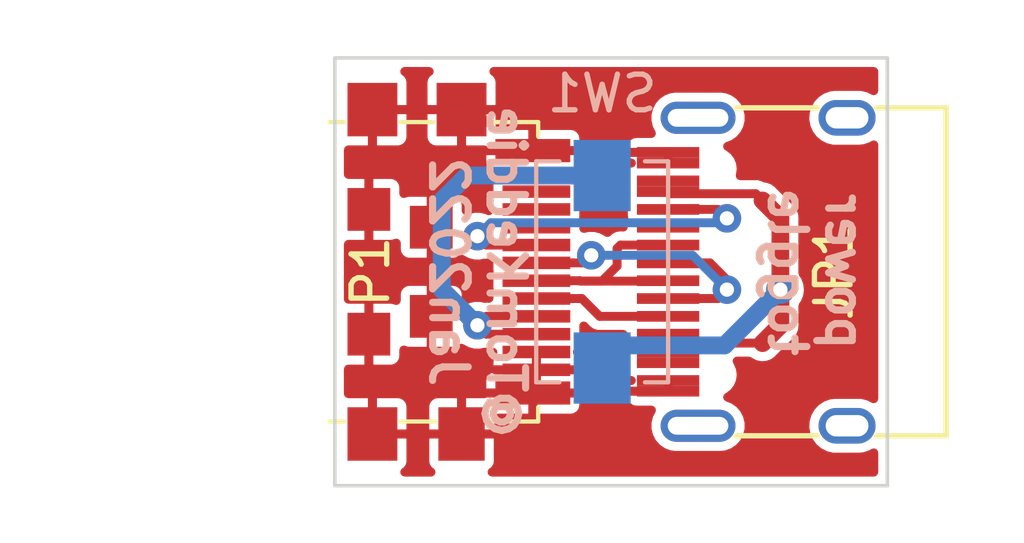
<source format=kicad_pcb>
(kicad_pcb (version 20211014) (generator pcbnew)
  (layers (0 "F.Cu" signal) (31 "B.Cu" signal) (34 "B.Paste" user) (35 "F.Paste" user) (36 "B.SilkS" user "B.Silkscreen") (37 "F.SilkS" user "F.Silkscreen") (38 "B.Mask" user) (39 "F.Mask" user) (44 "Edge.Cuts" user))
  (net 0 "")
  (net 1 "/D_N")
  (net 2 "/D_P")
  (net 4 "/CC1")
  (net 6 "/CC2")
  (net 7 "GND")
  (net 8 "/VBUS2")
  (net 9 "/VBUS1")
  (footprint "tom-connectors:USB_C_Plug_UTC009-C12" (layer "F.Cu") (at 134.455 79.5 -90)
    (fp_text reference "P1" (at 0 4.455 90) (layer "F.SilkS"))
    (fp_text value "USB_C_Plug_USB2.0")
    (fp_line (start -4.2 -0.25) (end -4.2 1.1) (layer "F.SilkS") (width 0.12))
    (fp_line (start 4.2 3.6) (end 4.2 2.65) (layer "F.SilkS") (width 0.12))
    (fp_line (start -3.8 -0.25) (end -4.2 -0.25) (layer "F.SilkS") (width 0.12))
    (fp_line (start 4.2 -0.25) (end 3.8 -0.25) (layer "F.SilkS") (width 0.12))
    (fp_line (start 4.2 1.15) (end 4.2 -0.25) (layer "F.SilkS") (width 0.12))
    (fp_line (start -4.2 2.7) (end -4.2 3.6) (layer "F.SilkS") (width 0.12))
    (fp_line (start 4.2 5.6) (end 4.2 5.2) (layer "F.SilkS") (width 0.12))
    (fp_line (start -4.2 5.2) (end -4.2 5.6) (layer "F.SilkS") (width 0.12))
    (pad "A1" smd rect (at 2.75 -0.2 270) (size 0.35 1.9) (layers "F.Cu" "F.Paste" "F.Mask") (net 7 "GND"))
    (pad "A4" smd rect (at 1.25 -0.2 270) (size 0.35 1.9) (layers "F.Cu" "F.Paste" "F.Mask") (net 9 "/VBUS1"))
    (pad "A5" smd rect (at 0.75 -0.2 270) (size 0.35 1.9) (layers "F.Cu" "F.Paste" "F.Mask") (net 6 "/CC2"))
    (pad "A6" smd rect (at 0.25 -0.2 270) (size 0.35 1.9) (layers "F.Cu" "F.Paste" "F.Mask") (net 2 "/D_P"))
    (pad "A7" smd rect (at -0.25 -0.2 270) (size 0.35 1.9) (layers "F.Cu" "F.Paste" "F.Mask") (net 1 "/D_N"))
    (pad "A10" smd rect (at -1.75 -0.2 270) (size 0.35 1.9) (layers "F.Cu" "F.Paste" "F.Mask"))
    (pad "A11" smd rect (at -2.25 -0.2 270) (size 0.35 1.9) (layers "F.Cu" "F.Paste" "F.Mask"))
    (pad "B2" smd rect (at -2.75 -0.2 270) (size 0.35 1.9) (layers "F.Cu" "F.Paste" "F.Mask"))
    (pad "B3" smd rect (at -1.25 -0.2 270) (size 0.35 1.9) (layers "F.Cu" "F.Paste" "F.Mask"))
    (pad "B5" smd rect (at -0.75 -0.2 270) (size 0.35 1.9) (layers "F.Cu" "F.Paste" "F.Mask") (net 4 "/CC1"))
    (pad "B9" smd rect (at 1.75 -0.2 270) (size 0.35 1.9) (layers "F.Cu" "F.Paste" "F.Mask") (net 9 "/VBUS1"))
    (pad "B12" smd rect (at 2.25 -0.2 270) (size 0.35 1.9) (layers "F.Cu" "F.Paste" "F.Mask") (net 7 "GND"))
    (pad "S1" smd rect (at 4.55 1.9 270) (size 1.5 1.3) (layers "F.Cu" "F.Paste" "F.Mask") (net 7 "GND"))
    (pad "S1" smd rect (at 1.25 2.75 270) (size 1.2 1.2) (layers "F.Cu" "F.Paste" "F.Mask") (net 7 "GND"))
    (pad "S1" smd rect (at 1.75 4.5 270) (size 1.2 1.2) (layers "F.Cu" "F.Paste" "F.Mask") (net 7 "GND"))
    (pad "S1" smd rect (at 4.55 4.4 270) (size 1.5 1.4) (layers "F.Cu" "F.Paste" "F.Mask") (net 7 "GND"))
    (pad "S1" smd rect (at -4.55 4.4 270) (size 1.5 1.4) (layers "F.Cu" "F.Paste" "F.Mask") (net 7 "GND"))
    (pad "S1" smd rect (at 3.4 -0.1 270) (size 0.65 2.1) (layers "F.Cu" "F.Paste" "F.Mask") (net 7 "GND"))
    (pad "S1" smd rect (at -1.25 2.75 270) (size 1.2 1.2) (layers "F.Cu" "F.Paste" "F.Mask") (net 7 "GND"))
    (pad "S1" smd rect (at -1.75 4.5 270) (size 1.2 1.2) (layers "F.Cu" "F.Paste" "F.Mask") (net 7 "GND"))
    (pad "S1" smd rect (at -3.4 -0.1 270) (size 0.65 2.1) (layers "F.Cu" "F.Paste" "F.Mask") (net 7 "GND"))
    (pad "S1" smd rect (at -4.55 1.9 270) (size 1.5 1.4) (layers "F.Cu" "F.Paste" "F.Mask") (net 7 "GND"))
  )
  (footprint "tom-connectors:USB_C_Receptacle_GT-USB-7010" (layer "F.Cu") (at 141.5 79.5 90)
    (fp_text reference "JP1" (at 0 1.5 90) (layer "F.SilkS"))
    (fp_text value "USB_C_16PIN")
    (fp_line (start -4.6 4.65) (end -4.6 2.7) (layer "F.SilkS") (width 0.15))
    (fp_line (start -4.6 1.05) (end -4.6 -1.25) (layer "F.SilkS") (width 0.15))
    (fp_line (start 4.6 1.05) (end 4.6 -1.25) (layer "F.SilkS") (width 0.15))
    (fp_line (start 4.6 4.65) (end 4.6 2.7) (layer "F.SilkS") (width 0.15))
    (fp_line (start 4.6 4.65) (end -4.6 4.65) (layer "F.SilkS") (width 0.15))
    (pad "" np_thru_hole circle locked (at 2.89 -1.81 90) (size 0.65 0.65) (drill 0.65) (layers *.Cu *.Mask))
    (pad "" np_thru_hole circle locked (at -2.89 -1.81 90) (size 0.65 0.65) (drill 0.65) (layers *.Cu *.Mask))
    (pad "A1" smd rect locked (at -3.35 -3.15 90) (size 0.3 1.75) (layers "F.Cu" "F.Paste" "F.Mask") (net 7 "GND"))
    (pad "A4" smd rect locked (at -2.55 -3.15 90) (size 0.3 1.75) (layers "F.Cu" "F.Paste" "F.Mask") (net 8 "/VBUS2"))
    (pad "A5" smd rect locked (at -1.25 -3.15 90) (size 0.3 1.75) (layers "F.Cu" "F.Paste" "F.Mask") (net 6 "/CC2"))
    (pad "A6" smd rect locked (at -0.25 -3.15 90) (size 0.3 1.75) (layers "F.Cu" "F.Paste" "F.Mask") (net 2 "/D_P"))
    (pad "A7" smd rect locked (at 0.25 -3.15 90) (size 0.3 1.75) (layers "F.Cu" "F.Paste" "F.Mask") (net 1 "/D_N"))
    (pad "A8" smd rect locked (at 1.25 -3.15 90) (size 0.3 1.75) (layers "F.Cu" "F.Paste" "F.Mask"))
    (pad "A9" smd rect locked (at 2.55 -3.15 90) (size 0.3 1.75) (layers "F.Cu" "F.Paste" "F.Mask") (net 8 "/VBUS2"))
    (pad "A12" smd rect locked (at 3.35 -3.15 90) (size 0.3 1.75) (layers "F.Cu" "F.Paste" "F.Mask") (net 7 "GND"))
    (pad "B1" smd rect locked (at 3.05 -3.15 90) (size 0.3 1.75) (layers "F.Cu" "F.Paste" "F.Mask") (net 7 "GND"))
    (pad "B4" smd rect locked (at 2.25 -3.15 90) (size 0.3 1.75) (layers "F.Cu" "F.Paste" "F.Mask") (net 8 "/VBUS2"))
    (pad "B5" smd rect locked (at 1.75 -3.15 90) (size 0.3 1.75) (layers "F.Cu" "F.Paste" "F.Mask") (net 4 "/CC1"))
    (pad "B6" smd rect locked (at 0.75 -3.15 90) (size 0.3 1.75) (layers "F.Cu" "F.Paste" "F.Mask") (net 2 "/D_P"))
    (pad "B7" smd rect locked (at -0.75 -3.15 90) (size 0.3 1.75) (layers "F.Cu" "F.Paste" "F.Mask") (net 1 "/D_N"))
    (pad "B8" smd rect locked (at -1.75 -3.15 90) (size 0.3 1.75) (layers "F.Cu" "F.Paste" "F.Mask"))
    (pad "B9" smd rect locked (at -2.25 -3.15 90) (size 0.3 1.75) (layers "F.Cu" "F.Paste" "F.Mask") (net 8 "/VBUS2"))
    (pad "B12" smd rect locked (at -3.05 -3.15 90) (size 0.3 1.75) (layers "F.Cu" "F.Paste" "F.Mask") (net 7 "GND"))
    (pad "S1" thru_hole oval locked (at 4.32 1.87 90) (size 1 1.6) (drill oval 0.6 1.2) (layers *.Cu *.Paste *.Mask))
    (pad "S1" thru_hole oval locked (at -4.32 -2.31 90) (size 0.9 2.1) (drill oval 0.5 1.7) (layers *.Cu *.Paste *.Mask))
    (pad "S1" thru_hole oval locked (at 4.32 -2.31 90) (size 0.9 2.1) (drill oval 0.5 1.7) (layers *.Cu *.Paste *.Mask))
    (pad "S1" thru_hole oval locked (at -4.32 1.87 90) (size 1 1.6) (drill oval 0.6 1.2) (layers *.Cu *.Paste *.Mask))
  )
  (footprint "tom-mechanical:SW_SPST_EVQPE1" (layer "B.Cu") (at 136.5 79.5 -90)
    (fp_text reference "SW1" (at -5 0 180) (layer "B.SilkS") (effects (justify mirror)))
    (fp_text value "Switch_SW_Push_NC" hide)
    (fp_line (start 3.1 1.85) (end -3.1 1.85) (layer "B.SilkS") (width 0.12))
    (fp_line (start 3.1 -1.85) (end 3.1 -1.2) (layer "B.SilkS") (width 0.12))
    (fp_line (start -3.1 -1.2) (end -3.1 -1.85) (layer "B.SilkS") (width 0.12))
    (fp_line (start 3.1 1.85) (end 3.1 1.2) (layer "B.SilkS") (width 0.12))
    (fp_line (start -3.1 1.85) (end -3.1 1.2) (layer "B.SilkS") (width 0.12))
    (fp_line (start -3.1 -1.85) (end 3.1 -1.85) (layer "B.SilkS") (width 0.12))
    (pad "1" smd rect (at -2.7 0 270) (size 2 1.6) (layers "B.Cu" "B.Paste" "B.Mask") (net 9 "/VBUS1"))
    (pad "2" smd rect (at 2.7 0 270) (size 2 1.6) (layers "B.Cu" "B.Paste" "B.Mask") (net 8 "/VBUS2"))
  )
  (gr_line (start 144.5 73.5) (end 129 73.5) (layer "Edge.Cuts") (width 0.1))
  (gr_line (start 129 85.5) (end 144.5 85.5) (layer "Edge.Cuts") (width 0.1))
  (gr_line (start 129 73.5) (end 129 85.5) (layer "Edge.Cuts") (width 0.1))
  (gr_line (start 144.5 73.5) (end 144.5 85.5) (layer "Edge.Cuts") (width 0.1))
  (gr_text "@TomKeddie\nJan2022" (at 133 79.5 270) (layer "B.SilkS") (effects (font (size 1 1) (thickness 0.2)) (justify mirror)))
  (gr_text "power\ntoggle" (at 142.5 79.5 270) (layer "B.SilkS") (effects (font (size 1 1) (thickness 0.2)) (justify mirror)))
  (segment (start 138.35 79.25) (end 139.524022 79.25) (width 0.25) (layer "F.Cu") (net 1))
  (segment (start 135.980809 79.25) (end 134.655 79.25) (width 0.25) (layer "F.Cu") (net 1))
  (segment (start 139.75 80.25) (end 140 80) (width 0.25) (layer "F.Cu") (net 1))
  (segment (start 139.524022 79.25) (end 140 79.725978) (width 0.25) (layer "F.Cu") (net 1))
  (segment (start 140 79.725978) (end 140 80) (width 0.25) (layer "F.Cu") (net 1))
  (segment (start 136.193978 79.036831) (end 135.980809 79.25) (width 0.25) (layer "F.Cu") (net 1))
  (segment (start 138.35 80.25) (end 139.75 80.25) (width 0.25) (layer "F.Cu") (net 1))
  (via (at 136.193978 79.036831) (size 0.8) (drill 0.4) (layers "F.Cu" "B.Cu") (net 1))
  (via (at 140 80) (size 0.8) (drill 0.4) (layers "F.Cu" "B.Cu") (net 1))
  (segment (start 139.036831 79.036831) (end 136.193978 79.036831) (width 0.25) (layer "B.Cu") (net 1))
  (segment (start 140 80) (end 139.036831 79.036831) (width 0.25) (layer "B.Cu") (net 1))
  (segment (start 138.35 79.75) (end 138.338668 79.761332) (width 0.25) (layer "F.Cu") (net 2))
  (segment (start 135.893879 79.761332) (end 135.882547 79.75) (width 0.25) (layer "F.Cu") (net 2))
  (segment (start 135.882547 79.75) (end 134.655 79.75) (width 0.25) (layer "F.Cu") (net 2))
  (segment (start 138.35 78.75) (end 137.014077 78.75) (width 0.25) (layer "F.Cu") (net 2))
  (segment (start 137.014077 78.75) (end 136.918479 78.845598) (width 0.25) (layer "F.Cu") (net 2))
  (segment (start 136.918479 78.845598) (end 136.918479 79.33693) (width 0.25) (layer "F.Cu") (net 2))
  (segment (start 136.494077 79.761332) (end 135.893879 79.761332) (width 0.25) (layer "F.Cu") (net 2))
  (segment (start 136.918479 79.33693) (end 136.494077 79.761332) (width 0.25) (layer "F.Cu") (net 2))
  (segment (start 138.338668 79.761332) (end 135.893879 79.761332) (width 0.25) (layer "F.Cu") (net 2))
  (segment (start 133.25 78.75) (end 134.655 78.75) (width 0.25) (layer "F.Cu") (net 4))
  (segment (start 139.75 77.75) (end 140 78) (width 0.25) (layer "F.Cu") (net 4))
  (segment (start 133 78.5) (end 133.25 78.75) (width 0.25) (layer "F.Cu") (net 4))
  (segment (start 138.35 77.75) (end 139.75 77.75) (width 0.25) (layer "F.Cu") (net 4))
  (via (at 133 78.5) (size 0.8) (drill 0.4) (layers "F.Cu" "B.Cu") (net 4))
  (via (at 140 78) (size 0.8) (drill 0.4) (layers "F.Cu" "B.Cu") (net 4))
  (segment (start 133.375489 78.124511) (end 133 78.5) (width 0.25) (layer "B.Cu") (net 4))
  (segment (start 139.875489 78.124511) (end 133.375489 78.124511) (width 0.25) (layer "B.Cu") (net 4))
  (segment (start 140 78) (end 139.875489 78.124511) (width 0.25) (layer "B.Cu") (net 4))
  (segment (start 136.429022 80.75) (end 135.929022 80.25) (width 0.25) (layer "F.Cu") (net 6))
  (segment (start 135.929022 80.25) (end 134.655 80.25) (width 0.25) (layer "F.Cu") (net 6))
  (segment (start 138.35 80.75) (end 136.429022 80.75) (width 0.25) (layer "F.Cu") (net 6))
  (segment (start 138.75 81.75) (end 138.825489 81.674511) (width 0.25) (layer "F.Cu") (net 8))
  (segment (start 141.5 78) (end 141.5 81) (width 0.5) (layer "F.Cu") (net 8))
  (segment (start 139.499511 81.674511) (end 139.674022 81.5) (width 0.25) (layer "F.Cu") (net 8))
  (segment (start 138.35 77.25) (end 138.409521 77.309521) (width 0.25) (layer "F.Cu") (net 8))
  (segment (start 139.674022 81.5) (end 141 81.5) (width 0.25) (layer "F.Cu") (net 8))
  (segment (start 138.409521 77.309521) (end 140.809521 77.309521) (width 0.25) (layer "F.Cu") (net 8))
  (segment (start 141 81.5) (end 141.25 81.25) (width 0.25) (layer "F.Cu") (net 8))
  (segment (start 140.809521 77.309521) (end 141 77.5) (width 0.25) (layer "F.Cu") (net 8))
  (segment (start 141 77.5) (end 141.5 78) (width 0.5) (layer "F.Cu") (net 8))
  (segment (start 141.5 81) (end 141 81.5) (width 0.5) (layer "F.Cu") (net 8))
  (segment (start 138.35 81.75) (end 138.75 81.75) (width 0.25) (layer "F.Cu") (net 8))
  (segment (start 138.825489 81.674511) (end 139.499511 81.674511) (width 0.25) (layer "F.Cu") (net 8))
  (via (at 141.5 80) (size 0.8) (drill 0.4) (layers "F.Cu" "B.Cu") (net 8))
  (segment (start 141.5 80) (end 139.934521 81.565479) (width 0.5) (layer "B.Cu") (net 8))
  (segment (start 137.134521 81.565479) (end 136.5 82.2) (width 0.5) (layer "B.Cu") (net 8))
  (segment (start 139.934521 81.565479) (end 137.134521 81.565479) (width 0.5) (layer "B.Cu") (net 8))
  (segment (start 134.655 80.75) (end 133.25 80.75) (width 0.25) (layer "F.Cu") (net 9))
  (segment (start 133.25 81.25) (end 133 81) (width 0.25) (layer "F.Cu") (net 9))
  (segment (start 134.655 81.25) (end 133.25 81.25) (width 0.25) (layer "F.Cu") (net 9))
  (segment (start 133.25 80.75) (end 133 81) (width 0.25) (layer "F.Cu") (net 9))
  (via (at 133 81) (size 0.8) (drill 0.4) (layers "F.Cu" "B.Cu") (net 9))
  (segment (start 132.7 76.8) (end 136.5 76.8) (width 0.5) (layer "B.Cu") (net 9))
  (segment (start 132 77.5) (end 132.7 76.8) (width 0.5) (layer "B.Cu") (net 9))
  (segment (start 132 80) (end 132 77.5) (width 0.5) (layer "B.Cu") (net 9))
  (segment (start 133 81) (end 132 80) (width 0.5) (layer "B.Cu") (net 9))
  (zone (net 7) (net_name "GND") (layers F&B.Cu) (connect_pads (clearance 0.254)) (min_thickness 0.254) (fill yes (thermal_gap 0.254) (thermal_bridge_width 0.254))
    (polygon (pts (xy 145 86) (xy 128.5 86) (xy 128.5 73) (xy 145 73)))
  )
)
</source>
